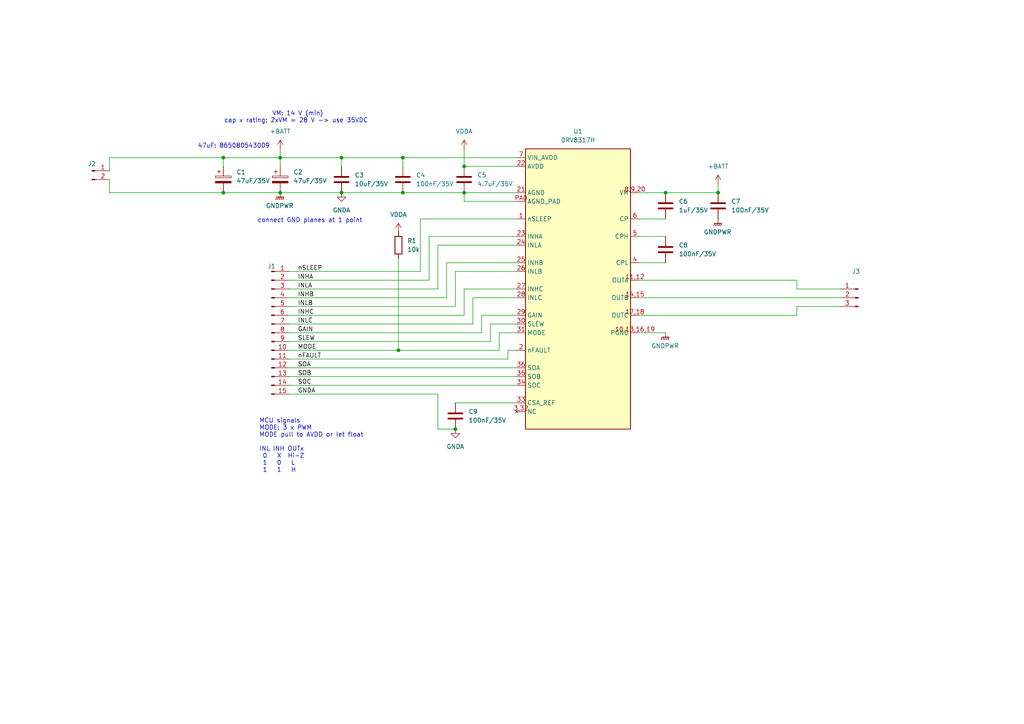
<source format=kicad_sch>
(kicad_sch (version 20231120) (generator "eeschema") (generator_version "8.0")
  (paper "A4")
  (title_block (title "DRV8317 driver pcb") (date "2024-08-16") (rev "a") (company "megli, private"))
  (lib_symbols
    (symbol "Connector:Conn_01x02_Pin" (pin_names (offset 1.016) hide)
      (property "Reference" "J" (at 0 2.54 0))
      (property "Value" "Conn_01x02_Pin" (at 0 -5.08 0))
      (symbol "Conn_01x02_Pin_1_1"
        (polyline (pts (xy 1.27 -2.54) (xy 0.8636 -2.54)) (stroke (width 0.1524)))
        (polyline (pts (xy 1.27 0) (xy 0.8636 0)) (stroke (width 0.1524)))
        (rectangle (start 0.8636 -2.413) (end 0 -2.667) (stroke (width 0.1524)) (fill (type outline)))
        (rectangle (start 0.8636 0.127) (end 0 -0.127) (stroke (width 0.1524)) (fill (type outline)))
        (pin passive line (at 5.08 0 180) (length 3.81) (name "Pin_1") (number "1"))
        (pin passive line (at 5.08 -2.54 180) (length 3.81) (name "Pin_2") (number "2"))
      )
    )
    (symbol "Connector:Conn_01x03_Pin" (pin_names (offset 1.016) hide)
      (property "Reference" "J" (at 0 5.08 0))
      (property "Value" "Conn_01x03_Pin" (at 0 -5.08 0))
      (symbol "Conn_01x03_Pin_1_1"
        (polyline (pts (xy 1.27 -2.54) (xy 0.8636 -2.54)) (stroke (width 0.1524)))
        (polyline (pts (xy 1.27 0) (xy 0.8636 0)) (stroke (width 0.1524)))
        (polyline (pts (xy 1.27 2.54) (xy 0.8636 2.54)) (stroke (width 0.1524)))
        (rectangle (start 0.8636 -2.413) (end 0 -2.667) (stroke (width 0.1524)) (fill (type outline)))
        (rectangle (start 0.8636 0.127) (end 0 -0.127) (stroke (width 0.1524)) (fill (type outline)))
        (rectangle (start 0.8636 2.667) (end 0 2.413) (stroke (width 0.1524)) (fill (type outline)))
        (pin passive line (at 5.08 2.54 180) (length 3.81) (name "Pin_1") (number "1"))
        (pin passive line (at 5.08 0 180) (length 3.81) (name "Pin_2") (number "2"))
        (pin passive line (at 5.08 -2.54 180) (length 3.81) (name "Pin_3") (number "3"))
      )
    )
    (symbol "Connector:Conn_01x15_Pin" (pin_names (offset 1.016) hide)
      (property "Reference" "J" (at 0 20.32 0))
      (property "Value" "Conn_01x15_Pin" (at 0 -20.32 0))
      (symbol "Conn_01x15_Pin_1_1"
        (polyline (pts (xy 1.27 -17.78) (xy 0.8636 -17.78)) (stroke (width 0.1524)))
        (polyline (pts (xy 1.27 -15.24) (xy 0.8636 -15.24)) (stroke (width 0.1524)))
        (polyline (pts (xy 1.27 -12.7) (xy 0.8636 -12.7)) (stroke (width 0.1524)))
        (polyline (pts (xy 1.27 -10.16) (xy 0.8636 -10.16)) (stroke (width 0.1524)))
        (polyline (pts (xy 1.27 -7.62) (xy 0.8636 -7.62)) (stroke (width 0.1524)))
        (polyline (pts (xy 1.27 -5.08) (xy 0.8636 -5.08)) (stroke (width 0.1524)))
        (polyline (pts (xy 1.27 -2.54) (xy 0.8636 -2.54)) (stroke (width 0.1524)))
        (polyline (pts (xy 1.27 0) (xy 0.8636 0)) (stroke (width 0.1524)))
        (polyline (pts (xy 1.27 2.54) (xy 0.8636 2.54)) (stroke (width 0.1524)))
        (polyline (pts (xy 1.27 5.08) (xy 0.8636 5.08)) (stroke (width 0.1524)))
        (polyline (pts (xy 1.27 7.62) (xy 0.8636 7.62)) (stroke (width 0.1524)))
        (polyline (pts (xy 1.27 10.16) (xy 0.8636 10.16)) (stroke (width 0.1524)))
        (polyline (pts (xy 1.27 12.7) (xy 0.8636 12.7)) (stroke (width 0.1524)))
        (polyline (pts (xy 1.27 15.24) (xy 0.8636 15.24)) (stroke (width 0.1524)))
        (polyline (pts (xy 1.27 17.78) (xy 0.8636 17.78)) (stroke (width 0.1524)))
        (rectangle (start 0.8636 -17.653) (end 0 -17.907) (stroke (width 0.1524)) (fill (type outline)))
        (rectangle (start 0.8636 -15.113) (end 0 -15.367) (stroke (width 0.1524)) (fill (type outline)))
        (rectangle (start 0.8636 -12.573) (end 0 -12.827) (stroke (width 0.1524)) (fill (type outline)))
        (rectangle (start 0.8636 -10.033) (end 0 -10.287) (stroke (width 0.1524)) (fill (type outline)))
        (rectangle (start 0.8636 -7.493) (end 0 -7.747) (stroke (width 0.1524)) (fill (type outline)))
        (rectangle (start 0.8636 -4.953) (end 0 -5.207) (stroke (width 0.1524)) (fill (type outline)))
        (rectangle (start 0.8636 -2.413) (end 0 -2.667) (stroke (width 0.1524)) (fill (type outline)))
        (rectangle (start 0.8636 0.127) (end 0 -0.127) (stroke (width 0.1524)) (fill (type outline)))
        (rectangle (start 0.8636 2.667) (end 0 2.413) (stroke (width 0.1524)) (fill (type outline)))
        (rectangle (start 0.8636 5.207) (end 0 4.953) (stroke (width 0.1524)) (fill (type outline)))
        (rectangle (start 0.8636 7.747) (end 0 7.493) (stroke (width 0.1524)) (fill (type outline)))
        (rectangle (start 0.8636 10.287) (end 0 10.033) (stroke (width 0.1524)) (fill (type outline)))
        (rectangle (start 0.8636 12.827) (end 0 12.573) (stroke (width 0.1524)) (fill (type outline)))
        (rectangle (start 0.8636 15.367) (end 0 15.113) (stroke (width 0.1524)) (fill (type outline)))
        (rectangle (start 0.8636 17.907) (end 0 17.653) (stroke (width 0.1524)) (fill (type outline)))
        (pin passive line (at 5.08 17.78 180) (length 3.81) (name "Pin_1") (number "1"))
        (pin passive line (at 5.08 -5.08 180) (length 3.81) (name "Pin_10") (number "10"))
        (pin passive line (at 5.08 -7.62 180) (length 3.81) (name "Pin_11") (number "11"))
        (pin passive line (at 5.08 -10.16 180) (length 3.81) (name "Pin_12") (number "12"))
        (pin passive line (at 5.08 -12.7 180) (length 3.81) (name "Pin_13") (number "13"))
        (pin passive line (at 5.08 -15.24 180) (length 3.81) (name "Pin_14") (number "14"))
        (pin passive line (at 5.08 -17.78 180) (length 3.81) (name "Pin_15") (number "15"))
        (pin passive line (at 5.08 15.24 180) (length 3.81) (name "Pin_2") (number "2"))
        (pin passive line (at 5.08 12.7 180) (length 3.81) (name "Pin_3") (number "3"))
        (pin passive line (at 5.08 10.16 180) (length 3.81) (name "Pin_4") (number "4"))
        (pin passive line (at 5.08 7.62 180) (length 3.81) (name "Pin_5") (number "5"))
        (pin passive line (at 5.08 5.08 180) (length 3.81) (name "Pin_6") (number "6"))
        (pin passive line (at 5.08 2.54 180) (length 3.81) (name "Pin_7") (number "7"))
        (pin passive line (at 5.08 0 180) (length 3.81) (name "Pin_8") (number "8"))
        (pin passive line (at 5.08 -2.54 180) (length 3.81) (name "Pin_9") (number "9"))
      )
    )
    (symbol "Device:C" (pin_numbers hide) (pin_names (offset 0.254))
      (property "Reference" "C" (at 0.635 2.54 0))
      (property "Value" "C" (at 0.635 -2.54 0))
      (symbol "C_0_1"
        (polyline (pts (xy -2.032 -0.762) (xy 2.032 -0.762)) (stroke (width 0.508)))
        (polyline (pts (xy -2.032 0.762) (xy 2.032 0.762)) (stroke (width 0.508)))
      )
      (symbol "C_1_1"
        (pin passive line (at 0 3.81 270) (length 2.794) (name "~") (number "1"))
        (pin passive line (at 0 -3.81 90) (length 2.794) (name "~") (number "2"))
      )
    )
    (symbol "Device:C_Polarized" (pin_numbers hide) (pin_names (offset 0.254))
      (property "Reference" "C" (at 0.635 2.54 0))
      (property "Value" "C_Polarized" (at 0.635 -2.54 0))
      (symbol "C_Polarized_0_1"
        (rectangle (start -2.286 0.508) (end 2.286 1.016))
        (polyline (pts (xy -1.778 2.286) (xy -0.762 2.286)))
        (polyline (pts (xy -1.27 2.794) (xy -1.27 1.778)))
        (rectangle (start 2.286 -0.508) (end -2.286 -1.016) (fill (type outline)))
      )
      (symbol "C_Polarized_1_1"
        (pin passive line (at 0 3.81 270) (length 2.794) (name "~") (number "1"))
        (pin passive line (at 0 -3.81 90) (length 2.794) (name "~") (number "2"))
      )
    )
    (symbol "Device:R" (pin_numbers hide) (pin_names (offset 0))
      (property "Reference" "R" (at 2.032 0 90))
      (property "Value" "R" (at 0 0 90))
      (symbol "R_0_1"
        (rectangle (start -1.016 -2.54) (end 1.016 2.54) (stroke (width 0.254)))
      )
      (symbol "R_1_1"
        (pin passive line (at 0 3.81 270) (length 1.27) (name "~") (number "1"))
        (pin passive line (at 0 -3.81 90) (length 1.27) (name "~") (number "2"))
      )
    )
    (symbol "bldc-driver-lib:DRV8317H"
      (property "Reference" "U" (at 13.97 41.91 0))
      (property "Value" "DRV8317H" (at -10.16 41.91 0))
      (symbol "DRV8317H_1_1"
        (rectangle (start -15.24 40.64) (end 15.24 -40.64) (stroke (width 0.254)) (fill (type background)))
        (pin input line (at -17.78 20.32 0) (length 2.54) (name "nSLEEP") (number "1"))
        (pin power_in line (at 17.78 -12.7 180) (length 2.54) (name "PGND") (number "10,13,16,19"))
        (pin output line (at 17.78 2.54 180) (length 2.54) (name "OUTA") (number "11,12"))
        (pin output line (at 17.78 -2.54 180) (length 2.54) (name "OUTB") (number "14,15"))
        (pin output line (at 17.78 -7.62 180) (length 2.54) (name "OUTC") (number "17,18"))
        (pin output line (at -17.78 -17.78 0) (length 2.54) (name "nFAULT") (number "2"))
        (pin power_in line (at -17.78 27.94 0) (length 2.54) (name "AGND") (number "21"))
        (pin power_in line (at -17.78 35.56 0) (length 2.54) (name "AVDD") (number "22"))
        (pin input line (at -17.78 15.24 0) (length 2.54) (name "INHA") (number "23"))
        (pin input line (at -17.78 12.7 0) (length 2.54) (name "INLA") (number "24"))
        (pin input line (at -17.78 7.62 0) (length 2.54) (name "INHB") (number "25"))
        (pin input line (at -17.78 5.08 0) (length 2.54) (name "INLB") (number "26"))
        (pin input line (at -17.78 0 0) (length 2.54) (name "INHC") (number "27"))
        (pin input line (at -17.78 -2.54 0) (length 2.54) (name "INLC") (number "28"))
        (pin input line (at -17.78 -7.62 0) (length 2.54) (name "GAIN") (number "29"))
        (pin no_connect line (at -17.78 -35.56 0) (length 2.54) (name "NC") (number "3,32"))
        (pin input line (at -17.78 -10.16 0) (length 2.54) (name "SLEW") (number "30"))
        (pin input line (at -17.78 -12.7 0) (length 2.54) (name "MODE") (number "31"))
        (pin bidirectional line (at -17.78 -33.02 0) (length 2.54) (name "CSA_REF") (number "33"))
        (pin output line (at -17.78 -27.94 0) (length 2.54) (name "SOC") (number "34"))
        (pin output line (at -17.78 -25.4 0) (length 2.54) (name "SOB") (number "35"))
        (pin output line (at -17.78 -22.86 0) (length 2.54) (name "SOA") (number "36"))
        (pin bidirectional line (at 17.78 7.62 180) (length 2.54) (name "CPL") (number "4"))
        (pin bidirectional line (at 17.78 15.24 180) (length 2.54) (name "CPH") (number "5"))
        (pin bidirectional line (at 17.78 20.32 180) (length 2.54) (name "CP") (number "6"))
        (pin power_in line (at -17.78 38.1 0) (length 2.54) (name "VIN_AVDD") (number "7"))
        (pin power_in line (at 17.78 27.94 180) (length 2.54) (name "VM") (number "8,9,20"))
        (pin power_in line (at -17.78 25.4 0) (length 2.54) (name "AGND_PAD") (number "PAD"))
      )
    )
    (symbol "power:+BATT" (power) (pin_numbers hide) (pin_names (offset 0) hide)
      (property "Value" "+BATT" (at 0 3.556 0))
      (symbol "+BATT_0_1"
        (polyline (pts (xy -0.762 1.27) (xy 0 2.54)))
        (polyline (pts (xy 0 0) (xy 0 2.54)))
        (polyline (pts (xy 0 2.54) (xy 0.762 1.27)))
      )
      (symbol "+BATT_1_1"
        (pin power_in line (at 0 0 90) (length 0) (name "~") (number "1"))
      )
    )
    (symbol "power:GNDA" (power) (pin_numbers hide) (pin_names (offset 0) hide)
      (property "Value" "GNDA" (at 0 -3.81 0))
      (symbol "GNDA_0_1"
        (polyline (pts (xy 0 0) (xy 0 -1.27) (xy 1.27 -1.27) (xy 0 -2.54) (xy -1.27 -1.27) (xy 0 -1.27)))
      )
      (symbol "GNDA_1_1"
        (pin power_in line (at 0 0 270) (length 0) (name "~") (number "1"))
      )
    )
    (symbol "power:GNDPWR" (power) (pin_numbers hide) (pin_names (offset 0) hide)
      (property "Value" "GNDPWR" (at 0 -3.302 0))
      (symbol "GNDPWR_0_1"
        (polyline (pts (xy 0 -1.27) (xy 0 0)))
        (polyline (pts (xy -1.016 -1.27) (xy -1.27 -2.032) (xy -1.27 -2.032)) (stroke (width 0.2032)))
        (polyline (pts (xy -0.508 -1.27) (xy -0.762 -2.032) (xy -0.762 -2.032)) (stroke (width 0.2032)))
        (polyline (pts (xy 0 -1.27) (xy -0.254 -2.032) (xy -0.254 -2.032)) (stroke (width 0.2032)))
        (polyline (pts (xy 0.508 -1.27) (xy 0.254 -2.032) (xy 0.254 -2.032)) (stroke (width 0.2032)))
        (polyline (pts (xy 1.016 -1.27) (xy -1.016 -1.27) (xy -1.016 -1.27)) (stroke (width 0.2032)))
        (polyline (pts (xy 1.016 -1.27) (xy 0.762 -2.032) (xy 0.762 -2.032) (xy 0.762 -2.032)) (stroke (width 0.2032)))
      )
      (symbol "GNDPWR_1_1"
        (pin power_in line (at 0 0 270) (length 0) (name "~") (number "1"))
      )
    )
    (symbol "power:VDDA" (power) (pin_numbers hide) (pin_names (offset 0) hide)
      (property "Value" "VDDA" (at 0 3.556 0))
      (symbol "VDDA_0_1"
        (polyline (pts (xy -0.762 1.27) (xy 0 2.54)))
        (polyline (pts (xy 0 0) (xy 0 2.54)))
        (polyline (pts (xy 0 2.54) (xy 0.762 1.27)))
      )
      (symbol "VDDA_1_1"
        (pin power_in line (at 0 0 90) (length 0) (name "~") (number "1"))
      )
    )
  )
  (junction (at 116.84 45.72))
  (junction (at 132.08 124.46))
  (junction (at 99.06 55.88))
  (junction (at 81.28 55.88))
  (junction (at 81.28 45.72))
  (junction (at 134.62 48.26))
  (junction (at 64.77 45.72))
  (junction (at 116.84 55.88))
  (junction (at 99.06 45.72))
  (junction (at 115.57 101.6))
  (junction (at 64.77 55.88))
  (junction (at 134.62 55.88))
  (junction (at 208.28 55.88))
  (junction (at 193.04 55.88))
  (wire (pts (xy 231.14 91.44) (xy 185.42 91.44)))
  (wire (pts (xy 132.08 116.84) (xy 149.86 116.84)))
  (wire (pts (xy 83.82 114.3) (xy 127 114.3)))
  (wire (pts (xy 185.42 55.88) (xy 193.04 55.88)))
  (wire (pts (xy 64.77 48.26) (xy 64.77 45.72)))
  (wire (pts (xy 116.84 45.72) (xy 149.86 45.72)))
  (wire (pts (xy 81.28 45.72) (xy 99.06 45.72)))
  (wire (pts (xy 129.54 86.36) (xy 129.54 76.2)))
  (wire (pts (xy 208.28 53.34) (xy 208.28 55.88)))
  (wire (pts (xy 83.82 86.36) (xy 129.54 86.36)))
  (wire (pts (xy 83.82 106.68) (xy 149.86 106.68)))
  (wire (pts (xy 185.42 81.28) (xy 231.14 81.28)))
  (wire (pts (xy 83.82 99.06) (xy 142.24 99.06)))
  (wire (pts (xy 83.82 104.14) (xy 147.32 104.14)))
  (wire (pts (xy 137.16 86.36) (xy 149.86 86.36)))
  (wire (pts (xy 127 124.46) (xy 127 114.3)))
  (wire (pts (xy 231.14 88.9) (xy 231.14 91.44)))
  (wire (pts (xy 134.62 43.18) (xy 134.62 48.26)))
  (wire (pts (xy 83.82 81.28) (xy 124.46 81.28)))
  (wire (pts (xy 139.7 91.44) (xy 139.7 96.52)))
  (wire (pts (xy 149.86 58.42) (xy 134.62 58.42)))
  (wire (pts (xy 124.46 68.58) (xy 149.86 68.58)))
  (wire (pts (xy 149.86 71.12) (xy 127 71.12)))
  (wire (pts (xy 231.14 83.82) (xy 243.84 83.82)))
  (wire (pts (xy 147.32 101.6) (xy 149.86 101.6)))
  (wire (pts (xy 134.62 48.26) (xy 149.86 48.26)))
  (wire (pts (xy 83.82 83.82) (xy 127 83.82)))
  (wire (pts (xy 116.84 45.72) (xy 116.84 48.26)))
  (wire (pts (xy 185.42 76.2) (xy 193.04 76.2)))
  (wire (pts (xy 132.08 88.9) (xy 83.82 88.9)))
  (wire (pts (xy 185.42 68.58) (xy 193.04 68.58)))
  (wire (pts (xy 121.92 78.74) (xy 83.82 78.74)))
  (wire (pts (xy 139.7 91.44) (xy 149.86 91.44)))
  (wire (pts (xy 81.28 55.88) (xy 99.06 55.88)))
  (wire (pts (xy 134.62 58.42) (xy 134.62 55.88)))
  (wire (pts (xy 185.42 96.52) (xy 193.04 96.52)))
  (wire (pts (xy 64.77 55.88) (xy 31.75 55.88)))
  (wire (pts (xy 121.92 63.5) (xy 121.92 78.74)))
  (wire (pts (xy 142.24 99.06) (xy 142.24 93.98)))
  (wire (pts (xy 132.08 78.74) (xy 132.08 88.9)))
  (wire (pts (xy 142.24 93.98) (xy 149.86 93.98)))
  (wire (pts (xy 99.06 45.72) (xy 116.84 45.72)))
  (wire (pts (xy 31.75 45.72) (xy 64.77 45.72)))
  (wire (pts (xy 193.04 55.88) (xy 208.28 55.88)))
  (wire (pts (xy 129.54 76.2) (xy 149.86 76.2)))
  (wire (pts (xy 137.16 93.98) (xy 137.16 86.36)))
  (wire (pts (xy 116.84 55.88) (xy 134.62 55.88)))
  (wire (pts (xy 99.06 45.72) (xy 99.06 48.26)))
  (wire (pts (xy 144.78 96.52) (xy 144.78 101.6)))
  (wire (pts (xy 31.75 55.88) (xy 31.75 52.07)))
  (wire (pts (xy 81.28 45.72) (xy 81.28 48.26)))
  (wire (pts (xy 134.62 55.88) (xy 149.86 55.88)))
  (wire (pts (xy 31.75 49.53) (xy 31.75 45.72)))
  (wire (pts (xy 83.82 93.98) (xy 137.16 93.98)))
  (wire (pts (xy 149.86 78.74) (xy 132.08 78.74)))
  (wire (pts (xy 127 71.12) (xy 127 83.82)))
  (wire (pts (xy 83.82 111.76) (xy 149.86 111.76)))
  (wire (pts (xy 115.57 101.6) (xy 144.78 101.6)))
  (wire (pts (xy 83.82 96.52) (xy 139.7 96.52)))
  (wire (pts (xy 99.06 55.88) (xy 116.84 55.88)))
  (wire (pts (xy 243.84 86.36) (xy 185.42 86.36)))
  (wire (pts (xy 185.42 63.5) (xy 193.04 63.5)))
  (wire (pts (xy 134.62 91.44) (xy 134.62 83.82)))
  (wire (pts (xy 83.82 109.22) (xy 149.86 109.22)))
  (wire (pts (xy 115.57 74.93) (xy 115.57 101.6)))
  (wire (pts (xy 83.82 91.44) (xy 134.62 91.44)))
  (wire (pts (xy 231.14 88.9) (xy 243.84 88.9)))
  (wire (pts (xy 81.28 55.88) (xy 64.77 55.88)))
  (wire (pts (xy 134.62 83.82) (xy 149.86 83.82)))
  (wire (pts (xy 121.92 63.5) (xy 149.86 63.5)))
  (wire (pts (xy 132.08 124.46) (xy 127 124.46)))
  (wire (pts (xy 81.28 43.18) (xy 81.28 45.72)))
  (wire (pts (xy 124.46 81.28) (xy 124.46 68.58)))
  (wire (pts (xy 147.32 104.14) (xy 147.32 101.6)))
  (wire (pts (xy 231.14 81.28) (xy 231.14 83.82)))
  (wire (pts (xy 83.82 101.6) (xy 115.57 101.6)))
  (wire (pts (xy 144.78 96.52) (xy 149.86 96.52)))
  (wire (pts (xy 64.77 45.72) (xy 81.28 45.72)))
  (text "VM: 14 V (min)\ncap v rating: 2xVM = 28 V -> use 35VDC " (at 86.36 34.036 0) (effects (font (size 1.27 1.27))))
  (text "MCU signals\nMODE: 3 x PWM\nMODE pull to AVDD or let float\n\nINL INH OUTx\n 0   X  Hi-Z\n 1   0   L\n 1   1   H" (at 75.184 129.286 0) (effects (font (size 1.27 1.27)) (justify left)))
  (text "47uF: 865080543009" (at 67.818 42.418 0) (effects (font (size 1.27 1.27))))
  (text "connect GND planes at 1 point" (at 89.916 64.008 0) (effects (font (size 1.27 1.27))))
  (label "SLEW" (at 86.36 99.06 0))
  (label "INLA" (at 86.36 83.82 0))
  (label "nSLEEP" (at 86.36 78.74 0))
  (label "SOB" (at 86.36 109.22 0))
  (label "INHB" (at 86.36 86.36 0))
  (label "INLC" (at 86.36 93.98 0))
  (label "MODE" (at 86.36 101.6 0))
  (label "INHC" (at 86.36 91.44 0))
  (label "GAIN" (at 86.36 96.52 0))
  (label "INHA" (at 86.36 81.28 0))
  (label "SOA" (at 86.36 106.68 0))
  (label "INLB" (at 86.36 88.9 0))
  (label "GNDA" (at 86.36 114.3 0))
  (label "nFAULT" (at 86.36 104.14 0))
  (label "SOC" (at 86.36 111.76 0))
  (symbol (lib_id "Device:C_Polarized") (at 64.77 52.07 0) (unit 1)
    (property "Reference" "C1" (at 68.58 49.9109 0) (effects (justify left)))
    (property "Value" "47uF/35V" (at 68.58 52.4509 0) (effects (justify left)))
    (property "Description" "Polarized capacitor" (effects (hide yes)))
  )
  (symbol (lib_id "Device:C") (at 193.04 59.69 0) (unit 1)
    (property "Reference" "C6" (at 196.85 58.4199 0) (effects (justify left)))
    (property "Value" "1uF/35V" (at 196.85 60.9599 0) (effects (justify left)))
    (property "Description" "Unpolarized capacitor" (effects (hide yes)))
  )
  (symbol (lib_id "Device:C") (at 116.84 52.07 0) (unit 1)
    (property "Reference" "C4" (at 120.65 50.7999 0) (effects (justify left)))
    (property "Value" "100nF/35V" (at 120.65 53.3399 0) (effects (justify left)))
    (property "Description" "Unpolarized capacitor" (effects (hide yes)))
  )
  (symbol (lib_id "Connector:Conn_01x03_Pin") (at 248.92 86.36 0) (mirror y) (unit 1)
    (property "Reference" "J3" (at 248.285 78.74 0))
    (property "Value" "Conn_01x03_Pin" (effects (hide yes)))
    (property "Description" "Generic connector, single row, 01x03, script generated" (effects (hide yes)))
  )
  (symbol (lib_id "Device:C") (at 134.62 52.07 0) (unit 1)
    (property "Reference" "C5" (at 138.43 50.7999 0) (effects (justify left)))
    (property "Value" "4.7uF/35V" (at 138.43 53.3399 0) (effects (justify left)))
    (property "Description" "Unpolarized capacitor" (effects (hide yes)))
  )
  (symbol (lib_id "bldc-driver-lib:DRV8317H") (at 167.64 83.82 0) (unit 1)
    (property "Reference" "U1" (at 167.64 38.1 0))
    (property "Value" "DRV8317H" (at 167.64 40.64 0))
  )
  (symbol (lib_id "power:+BATT") (at 208.28 53.34 0) (unit 1)
    (property "Reference" "#PWR09" (effects (hide yes)))
    (property "Value" "+BATT" (at 208.28 48.26 0))
    (property "Description" "Power symbol creates a global label with name \"+BATT\"" (effects (hide yes)))
  )
  (symbol (lib_id "Device:C") (at 208.28 59.69 0) (unit 1)
    (property "Reference" "C7" (at 212.09 58.4199 0) (effects (justify left)))
    (property "Value" "100nF/35V" (at 212.09 60.9599 0) (effects (justify left)))
    (property "Description" "Unpolarized capacitor" (effects (hide yes)))
  )
  (symbol (lib_id "power:VDDA") (at 134.62 43.18 0) (unit 1)
    (property "Reference" "#PWR08" (effects (hide yes)))
    (property "Value" "VDDA" (at 134.62 38.1 0))
    (property "Description" "Power symbol creates a global label with name \"VDDA\"" (effects (hide yes)))
  )
  (symbol (lib_id "power:GNDA") (at 132.08 124.46 0) (unit 1)
    (property "Reference" "#PWR06" (effects (hide yes)))
    (property "Value" "GNDA" (at 132.08 129.54 0))
    (property "Description" "Power symbol creates a global label with name \"GNDA\" , analog ground" (effects (hide yes)))
  )
  (symbol (lib_id "power:GNDA") (at 99.06 55.88 0) (unit 1)
    (property "Reference" "#PWR03" (effects (hide yes)))
    (property "Value" "GNDA" (at 99.06 60.96 0))
    (property "Description" "Power symbol creates a global label with name \"GNDA\" , analog ground" (effects (hide yes)))
  )
  (symbol (lib_id "Connector:Conn_01x15_Pin") (at 78.74 96.52 0) (unit 1)
    (property "Reference" "J1" (at 78.74 77.216 0))
    (property "Value" "Conn_01x15_Pin" (effects (hide yes)))
    (property "Description" "Generic connector, single row, 01x15, script generated" (effects (hide yes)))
  )
  (symbol (lib_id "Device:C") (at 132.08 120.65 0) (unit 1)
    (property "Reference" "C9" (at 135.89 119.3799 0) (effects (justify left)))
    (property "Value" "100nF/35V" (at 135.89 121.9199 0) (effects (justify left)))
    (property "Description" "Unpolarized capacitor" (effects (hide yes)))
  )
  (symbol (lib_id "power:+BATT") (at 81.28 43.18 0) (unit 1)
    (property "Reference" "#PWR02" (effects (hide yes)))
    (property "Value" "+BATT" (at 81.28 38.1 0))
    (property "Description" "Power symbol creates a global label with name \"+BATT\"" (effects (hide yes)))
  )
  (symbol (lib_id "power:GNDPWR") (at 193.04 96.52 0) (unit 1)
    (property "Reference" "#PWR04" (effects (hide yes)))
    (property "Value" "GNDPWR" (at 192.913 100.33 0))
    (property "Description" "Power symbol creates a global label with name \"GNDPWR\" , global ground" (effects (hide yes)))
  )
  (symbol (lib_id "Device:C_Polarized") (at 81.28 52.07 0) (unit 1)
    (property "Reference" "C2" (at 85.09 49.9109 0) (effects (justify left)))
    (property "Value" "47uF/35V" (at 85.09 52.4509 0) (effects (justify left)))
    (property "Description" "Polarized capacitor" (effects (hide yes)))
  )
  (symbol (lib_id "power:GNDPWR") (at 208.28 63.5 0) (unit 1)
    (property "Reference" "#PWR05" (effects (hide yes)))
    (property "Value" "GNDPWR" (at 208.153 67.31 0))
    (property "Description" "Power symbol creates a global label with name \"GNDPWR\" , global ground" (effects (hide yes)))
  )
  (symbol (lib_id "Device:C") (at 99.06 52.07 0) (unit 1)
    (property "Reference" "C3" (at 102.87 50.7999 0) (effects (justify left)))
    (property "Value" "10uF/35V" (at 102.87 53.3399 0) (effects (justify left)))
    (property "Description" "Unpolarized capacitor" (effects (hide yes)))
  )
  (symbol (lib_id "power:VDDA") (at 115.57 67.31 0) (unit 1)
    (property "Reference" "#PWR07" (effects (hide yes)))
    (property "Value" "VDDA" (at 115.57 62.23 0))
    (property "Description" "Power symbol creates a global label with name \"VDDA\"" (effects (hide yes)))
  )
  (symbol (lib_id "power:GNDPWR") (at 81.28 55.88 0) (unit 1)
    (property "Reference" "#PWR01" (effects (hide yes)))
    (property "Value" "GNDPWR" (at 81.153 59.69 0))
    (property "Description" "Power symbol creates a global label with name \"GNDPWR\" , global ground" (effects (hide yes)))
  )
  (symbol (lib_id "Device:R") (at 115.57 71.12 0) (unit 1)
    (property "Reference" "R1" (at 118.11 69.8499 0) (effects (justify left)))
    (property "Value" "10k" (at 118.11 72.3899 0) (effects (justify left)))
    (property "Description" "Resistor" (effects (hide yes)))
  )
  (symbol (lib_id "Connector:Conn_01x02_Pin") (at 26.67 49.53 0) (unit 1)
    (property "Reference" "J2" (at 26.67 47.498 0))
    (property "Value" "Conn_01x02_Pin" (effects (hide yes)))
    (property "Description" "Generic connector, single row, 01x02, script generated" (effects (hide yes)))
  )
  (symbol (lib_id "Device:C") (at 193.04 72.39 0) (unit 1)
    (property "Reference" "C8" (at 196.85 71.1199 0) (effects (justify left)))
    (property "Value" "100nF/35V" (at 196.85 73.6599 0) (effects (justify left)))
    (property "Description" "Unpolarized capacitor" (effects (hide yes)))
  )
)
</source>
